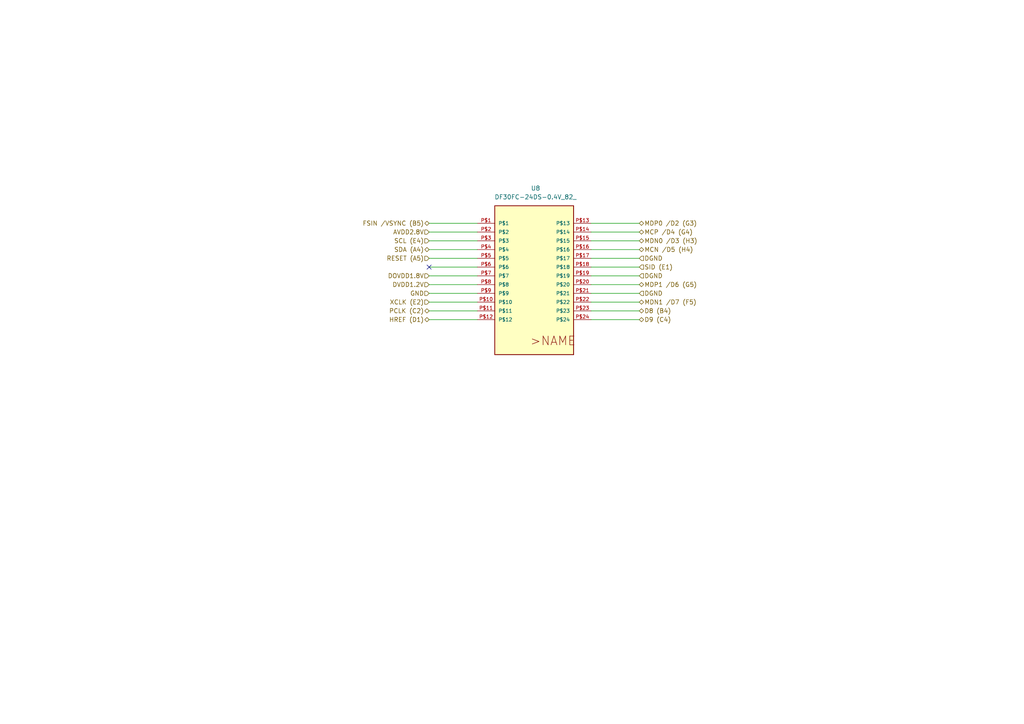
<source format=kicad_sch>
(kicad_sch (version 20231120) (generator "eeschema") (generator_version "8.0")
  (paper "A4")
  (lib_symbols
    (symbol "visionAddOn:DF30FC-24DS-0.4V_82_" (pin_names (offset 1.016))
      (property "Reference" "U" (at 0 0 0))
      (property "Value" "DF30FC-24DS-0.4V_82_" (at 0 0 0))
      (symbol "DF30FC-24DS-0.4V_82__0_0"
        (rectangle (start -15.24 -22.86) (end 7.62 20.32) (stroke (width 0.254)) (fill (type background)))
        (text ">NAME" (at -5.08 -20.32 0) (effects (font (size 2.54 2.54)) (justify left bottom)))
        (pin bidirectional line (at -20.32 15.24 0) (length 5.08) (name "P$1") (number "P$1"))
        (pin bidirectional line (at -20.32 -7.62 0) (length 5.08) (name "P$10") (number "P$10"))
        (pin bidirectional line (at -20.32 -10.16 0) (length 5.08) (name "P$11") (number "P$11"))
        (pin bidirectional line (at -20.32 -12.7 0) (length 5.08) (name "P$12") (number "P$12"))
        (pin bidirectional line (at 12.7 15.24 180) (length 5.08) (name "P$13") (number "P$13"))
        (pin bidirectional line (at 12.7 12.7 180) (length 5.08) (name "P$14") (number "P$14"))
        (pin bidirectional line (at 12.7 10.16 180) (length 5.08) (name "P$15") (number "P$15"))
        (pin bidirectional line (at 12.7 7.62 180) (length 5.08) (name "P$16") (number "P$16"))
        (pin bidirectional line (at 12.7 5.08 180) (length 5.08) (name "P$17") (number "P$17"))
        (pin bidirectional line (at 12.7 2.54 180) (length 5.08) (name "P$18") (number "P$18"))
        (pin bidirectional line (at 12.7 0 180) (length 5.08) (name "P$19") (number "P$19"))
        (pin bidirectional line (at -20.32 12.7 0) (length 5.08) (name "P$2") (number "P$2"))
        (pin bidirectional line (at 12.7 -2.54 180) (length 5.08) (name "P$20") (number "P$20"))
        (pin bidirectional line (at 12.7 -5.08 180) (length 5.08) (name "P$21") (number "P$21"))
        (pin bidirectional line (at 12.7 -7.62 180) (length 5.08) (name "P$22") (number "P$22"))
        (pin bidirectional line (at 12.7 -10.16 180) (length 5.08) (name "P$23") (number "P$23"))
        (pin bidirectional line (at 12.7 -12.7 180) (length 5.08) (name "P$24") (number "P$24"))
        (pin bidirectional line (at -20.32 10.16 0) (length 5.08) (name "P$3") (number "P$3"))
        (pin bidirectional line (at -20.32 7.62 0) (length 5.08) (name "P$4") (number "P$4"))
        (pin bidirectional line (at -20.32 5.08 0) (length 5.08) (name "P$5") (number "P$5"))
        (pin bidirectional line (at -20.32 2.54 0) (length 5.08) (name "P$6") (number "P$6"))
        (pin bidirectional line (at -20.32 0 0) (length 5.08) (name "P$7") (number "P$7"))
        (pin bidirectional line (at -20.32 -2.54 0) (length 5.08) (name "P$8") (number "P$8"))
        (pin bidirectional line (at -20.32 -5.08 0) (length 5.08) (name "P$9") (number "P$9"))
      )
    )
  )
  (no_connect (at 124.46 77.47))
  (wire (pts (xy 124.46 77.47) (xy 138.43 77.47)))
  (wire (pts (xy 171.45 92.71) (xy 185.42 92.71)))
  (wire (pts (xy 171.45 64.77) (xy 185.42 64.77)))
  (wire (pts (xy 171.45 77.47) (xy 185.42 77.47)))
  (wire (pts (xy 171.45 87.63) (xy 185.42 87.63)))
  (wire (pts (xy 171.45 69.85) (xy 185.42 69.85)))
  (wire (pts (xy 171.45 74.93) (xy 185.42 74.93)))
  (wire (pts (xy 124.46 64.77) (xy 138.43 64.77)))
  (wire (pts (xy 124.46 80.01) (xy 138.43 80.01)))
  (wire (pts (xy 124.46 67.31) (xy 138.43 67.31)))
  (wire (pts (xy 124.46 85.09) (xy 138.43 85.09)))
  (wire (pts (xy 171.45 72.39) (xy 185.42 72.39)))
  (wire (pts (xy 171.45 67.31) (xy 185.42 67.31)))
  (wire (pts (xy 171.45 90.17) (xy 185.42 90.17)))
  (wire (pts (xy 124.46 72.39) (xy 138.43 72.39)))
  (wire (pts (xy 124.46 90.17) (xy 138.43 90.17)))
  (wire (pts (xy 124.46 87.63) (xy 138.43 87.63)))
  (wire (pts (xy 171.45 85.09) (xy 185.42 85.09)))
  (wire (pts (xy 171.45 80.01) (xy 185.42 80.01)))
  (wire (pts (xy 171.45 82.55) (xy 185.42 82.55)))
  (wire (pts (xy 124.46 74.93) (xy 138.43 74.93)))
  (wire (pts (xy 124.46 82.55) (xy 138.43 82.55)))
  (wire (pts (xy 124.46 92.71) (xy 138.43 92.71)))
  (wire (pts (xy 124.46 69.85) (xy 138.43 69.85)))
  (hierarchical_label "DGND" (shape input) (at 185.42 80.01 0))
  (hierarchical_label "MDN0 {slash}D3 (H3)" (shape bidirectional) (at 185.42 69.85 0))
  (hierarchical_label "DVDD1.2V" (shape input) (at 124.46 82.55 180))
  (hierarchical_label "MDN1 {slash}D7 (F5)" (shape bidirectional) (at 185.42 87.63 0))
  (hierarchical_label "D8 (B4)" (shape bidirectional) (at 185.42 90.17 0))
  (hierarchical_label "AVDD2.8V" (shape input) (at 124.46 67.31 180))
  (hierarchical_label "RESET (A5)" (shape input) (at 124.46 74.93 180))
  (hierarchical_label "PCLK (C2)" (shape bidirectional) (at 124.46 90.17 180))
  (hierarchical_label "MDP1 {slash}D6 (G5)" (shape bidirectional) (at 185.42 82.55 0))
  (hierarchical_label "D9 (C4)" (shape bidirectional) (at 185.42 92.71 0))
  (hierarchical_label "SID (E1)" (shape input) (at 185.42 77.47 0))
  (hierarchical_label "SDA (A4)" (shape bidirectional) (at 124.46 72.39 180))
  (hierarchical_label "HREF (D1)" (shape bidirectional) (at 124.46 92.71 180))
  (hierarchical_label "MCN {slash}D5 (H4)" (shape bidirectional) (at 185.42 72.39 0))
  (hierarchical_label "GND" (shape input) (at 124.46 85.09 180))
  (hierarchical_label "FSIN {slash}VSYNC (B5)" (shape bidirectional) (at 124.46 64.77 180))
  (hierarchical_label "MCP {slash}D4 (G4)" (shape bidirectional) (at 185.42 67.31 0))
  (hierarchical_label "SCL (E4)" (shape input) (at 124.46 69.85 180))
  (hierarchical_label "DGND" (shape input) (at 185.42 74.93 0))
  (hierarchical_label "DOVDD1.8V" (shape input) (at 124.46 80.01 180))
  (hierarchical_label "XCLK (E2)" (shape input) (at 124.46 87.63 180))
  (hierarchical_label "MDP0 {slash}D2 (G3)" (shape bidirectional) (at 185.42 64.77 0))
  (hierarchical_label "DGND" (shape input) (at 185.42 85.09 0))
  (symbol (lib_id "visionAddOn:DF30FC-24DS-0.4V_82_") (at 158.75 80.01 0) (unit 1)
    (property "Reference" "U8" (at 155.3407 54.61 0))
    (property "Value" "DF30FC-24DS-0.4V_82_" (at 155.3407 57.15 0))
    (property "Footprint" "visionAddOn:DF30FC-24DS_KLT_PIN_MAPPING" (effects (hide yes)))
    (property "Datasheet" "https://www.hirose.com/product/document?clcode=CL0684-1276-0-81&productname=DF30RC-60DP-0.4V(81)&series=DF30&documenttype=Catalog&lang=en&documentid=D48588_en" (effects (hide yes)))
    (property "DigiKey-Partnumber" "H3860TR-ND" (effects (hide yes)))
  )
)
</source>
